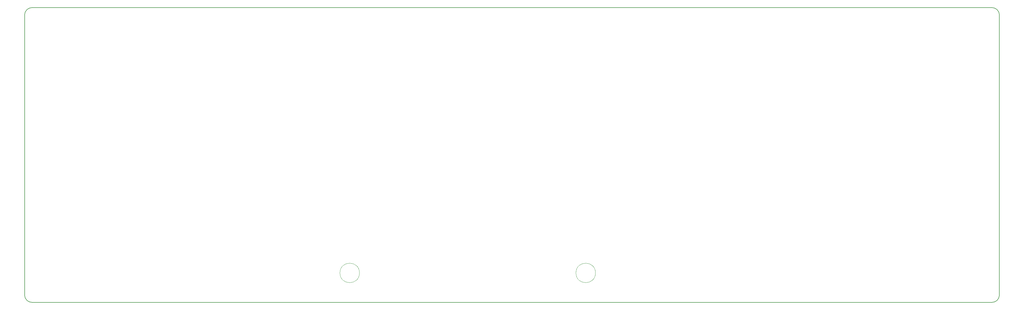
<source format=gbr>
G04 #@! TF.GenerationSoftware,KiCad,Pcbnew,5.1.5*
G04 #@! TF.CreationDate,2020-05-02T15:48:47+01:00*
G04 #@! TF.ProjectId,borsdorf,626f7273-646f-4726-962e-6b696361645f,rev?*
G04 #@! TF.SameCoordinates,Original*
G04 #@! TF.FileFunction,Profile,NP*
%FSLAX46Y46*%
G04 Gerber Fmt 4.6, Leading zero omitted, Abs format (unit mm)*
G04 Created by KiCad (PCBNEW 5.1.5) date 2020-05-02 15:48:47*
%MOMM*%
%LPD*%
G04 APERTURE LIST*
%ADD10C,0.100000*%
%ADD11C,0.150000*%
G04 APERTURE END LIST*
D10*
X143700000Y-123830000D02*
G75*
G03X143700000Y-123830000I-3150000J0D01*
G01*
X219800001Y-123830000D02*
G75*
G03X219800001Y-123830000I-3150000J0D01*
G01*
D11*
X350043750Y-40481250D02*
X350043750Y-130968750D01*
X347662500Y-38100000D02*
G75*
G02X350043750Y-40481250I0J-2381250D01*
G01*
X350043750Y-130968750D02*
G75*
G02X347662500Y-133350000I-2381250J0D01*
G01*
X38100000Y-133350000D02*
G75*
G02X35718750Y-130968750I0J2381250D01*
G01*
X35718750Y-40481250D02*
G75*
G02X38100000Y-38100000I2381250J0D01*
G01*
X35718750Y-130968750D02*
X35718750Y-40481250D01*
X347662500Y-133350000D02*
X38100000Y-133350000D01*
X38100000Y-38100000D02*
X347662500Y-38100000D01*
M02*

</source>
